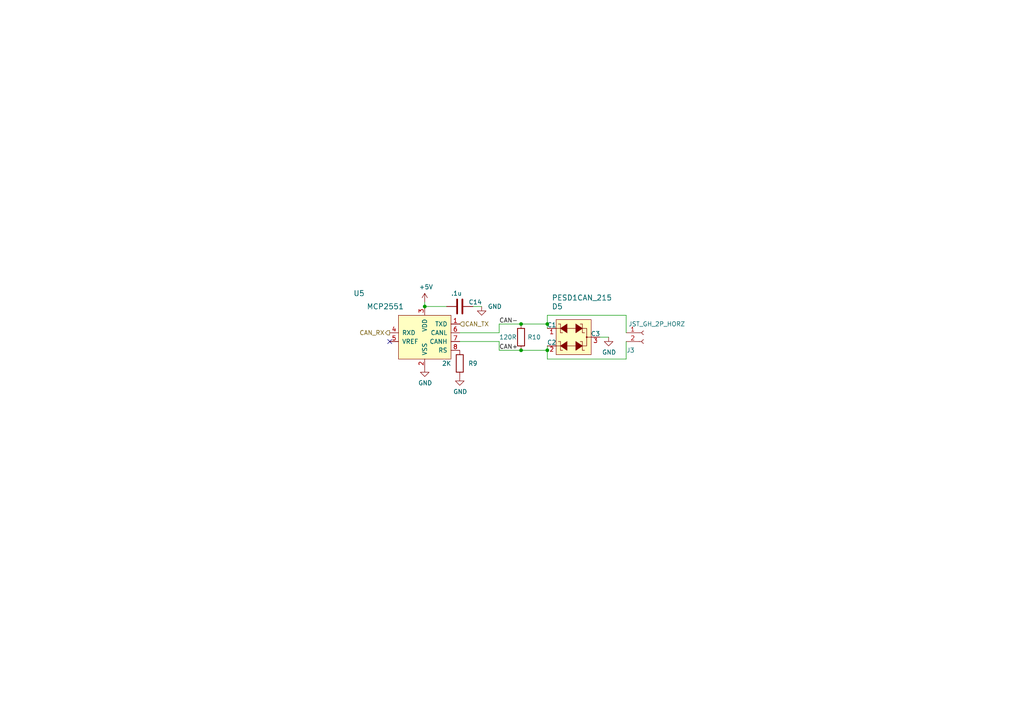
<source format=kicad_sch>
(kicad_sch (version 20211123) (generator eeschema)
  (paper "A4")
  (title_block (title "DJI Encoder Shield") (date "2020-11-08") (rev "R01") (company "HKU M2 Robocon Studio") (comment 1 "Designed by: Jeff Lai") (comment 2 "Control DJI to steer active caster module"))
  (lib_symbols
    (symbol "AbsoluteEncoderBoard-cache:Connector_Conn_01x02_Female" (pin_names (offset 1.016) hide)
      (property "Reference" "J" (at 0 2.54 0))
      (property "Value" "Connector_Conn_01x02_Female" (at 0 -5.08 0))
      (symbol "Connector_Conn_01x02_Female_1_1"
        (arc (start 0 -2.032) (mid -0.508 -2.54) (end 0 -3.048) (stroke (width 0.1524)))
        (polyline (pts (xy -1.27 -2.54) (xy -0.508 -2.54)) (stroke (width 0.1524)))
        (polyline (pts (xy -1.27 0) (xy -0.508 0)) (stroke (width 0.1524)))
        (arc (start 0 0.508) (mid -0.508 0) (end 0 -0.508) (stroke (width 0.1524)))
        (pin passive line (at -5.08 0 0) (length 3.81) (name "Pin_1") (number "1"))
        (pin passive line (at -5.08 -2.54 0) (length 3.81) (name "Pin_2") (number "2"))
      )
    )
    (symbol "AbsoluteEncoderBoard-rescue:MCP2551-I_SN-dk_Interface-Drivers-Receivers-Transceivers" (pin_names (offset 1.016))
      (property "Reference" "U" (at -5.08 8.89 0))
      (property "Value" "MCP2551-I_SN-dk_Interface-Drivers-Receivers-Transceivers" (at 2.54 -7.62 0))
      (symbol "MCP2551-I_SN-dk_Interface-Drivers-Receivers-Transceivers_0_1"
        (rectangle (start -7.62 7.62) (end 7.62 -5.08) (fill (type background)))
      )
      (symbol "MCP2551-I_SN-dk_Interface-Drivers-Receivers-Transceivers_1_1"
        (pin input line (at -10.16 5.08 0) (length 2.54) (name "TXD") (number "1"))
        (pin power_in line (at 0 -7.62 90) (length 2.54) (name "VSS") (number "2"))
        (pin power_in line (at 0 10.16 270) (length 2.54) (name "VDD") (number "3"))
        (pin output line (at 10.16 2.54 180) (length 2.54) (name "RXD") (number "4"))
        (pin output line (at 10.16 0 180) (length 2.54) (name "VREF") (number "5"))
        (pin bidirectional line (at -10.16 2.54 0) (length 2.54) (name "CANL") (number "6"))
        (pin bidirectional line (at -10.16 0 0) (length 2.54) (name "CANH") (number "7"))
        (pin input line (at -10.16 -2.54 0) (length 2.54) (name "RS") (number "8"))
      )
    )
    (symbol "AbsoluteEncoderBoard-rescue:PESD1CAN_215-dk_TVS-Diodes" (pin_names (offset 0))
      (property "Reference" "D" (at -5.08 6.096 0))
      (property "Value" "PESD1CAN_215-dk_TVS-Diodes" (at 0 -6.35 0))
      (symbol "PESD1CAN_215-dk_TVS-Diodes_0_1"
        (rectangle (start -5.08 5.08) (end 5.08 -5.08) (fill (type background)))
        (polyline (pts (xy -5.08 -2.54) (xy -3.81 -2.54)))
        (polyline (pts (xy -5.08 2.54) (xy -3.81 2.54)))
        (polyline (pts (xy -3.81 -3.81) (xy -3.175 -3.81)))
        (polyline (pts (xy -3.81 -1.27) (xy -4.445 -1.27)))
        (polyline (pts (xy -3.81 -1.27) (xy -3.81 -3.81)))
        (polyline (pts (xy -3.81 1.27) (xy -3.175 1.27)))
        (polyline (pts (xy -3.81 3.81) (xy -4.445 3.81)))
        (polyline (pts (xy -3.81 3.81) (xy -3.81 1.27)))
        (polyline (pts (xy 0.635 -2.54) (xy -1.905 -2.54)))
        (polyline (pts (xy 0.635 2.54) (xy -1.905 2.54)))
        (polyline (pts (xy 0.635 2.54) (xy 0.635 2.54)))
        (polyline (pts (xy 2.54 -3.81) (xy 3.175 -3.81)))
        (polyline (pts (xy 2.54 -1.27) (xy 1.905 -1.27)))
        (polyline (pts (xy 2.54 -1.27) (xy 2.54 -3.81)))
        (polyline (pts (xy 2.54 1.27) (xy 3.175 1.27)))
        (polyline (pts (xy 2.54 3.81) (xy 1.905 3.81)))
        (polyline (pts (xy 2.54 3.81) (xy 2.54 1.27)))
        (polyline (pts (xy 3.81 0) (xy 5.08 0)))
        (polyline (pts (xy -1.905 -1.27) (xy -1.905 -3.81) (xy -3.81 -2.54) (xy -1.905 -1.27)) (fill (type outline)))
        (polyline (pts (xy -1.905 1.27) (xy -1.905 3.81) (xy -3.81 2.54) (xy -1.905 1.27)) (fill (type outline)))
        (polyline (pts (xy 0.635 -1.27) (xy 0.635 -3.81) (xy 2.54 -2.54) (xy 0.635 -1.27)) (fill (type outline)))
        (polyline (pts (xy 0.635 3.81) (xy 0.635 1.27) (xy 2.54 2.54) (xy 0.635 3.81)) (fill (type outline)))
        (polyline (pts (xy 2.54 2.54) (xy 3.81 2.54) (xy 3.81 -2.54) (xy 2.54 -2.54)))
        (circle (center 3.81 0) (radius 0.1778) (fill (type outline)))
      )
      (symbol "PESD1CAN_215-dk_TVS-Diodes_1_1"
        (pin passive line (at -7.62 2.54 0) (length 2.54) (name "C1") (number "1"))
        (pin passive line (at -7.62 -2.54 0) (length 2.54) (name "C2") (number "2"))
        (pin passive line (at 7.62 0 180) (length 2.54) (name "C3") (number "3"))
      )
    )
    (symbol "Device:C" (pin_numbers hide) (pin_names (offset 0.254))
      (property "Reference" "C" (at 0.635 2.54 0))
      (property "Value" "C" (at 0.635 -2.54 0))
      (symbol "C_0_1"
        (polyline (pts (xy -2.032 -0.762) (xy 2.032 -0.762)) (stroke (width 0.508)))
        (polyline (pts (xy -2.032 0.762) (xy 2.032 0.762)) (stroke (width 0.508)))
      )
      (symbol "C_1_1"
        (pin passive line (at 0 3.81 270) (length 2.794) (name "~") (number "1"))
        (pin passive line (at 0 -3.81 90) (length 2.794) (name "~") (number "2"))
      )
    )
    (symbol "Device:R" (pin_numbers hide) (pin_names (offset 0))
      (property "Reference" "R" (at 2.032 0 90))
      (property "Value" "R" (at 0 0 90))
      (symbol "R_0_1"
        (rectangle (start -1.016 -2.54) (end 1.016 2.54) (stroke (width 0.254)))
      )
      (symbol "R_1_1"
        (pin passive line (at 0 3.81 270) (length 1.27) (name "~") (number "1"))
        (pin passive line (at 0 -3.81 90) (length 1.27) (name "~") (number "2"))
      )
    )
    (symbol "power:+5V" (power) (pin_names (offset 0))
      (property "Value" "+5V" (at 0 3.556 0))
      (symbol "+5V_0_1"
        (polyline (pts (xy -0.762 1.27) (xy 0 2.54)))
        (polyline (pts (xy 0 0) (xy 0 2.54)))
        (polyline (pts (xy 0 2.54) (xy 0.762 1.27)))
      )
      (symbol "+5V_1_1"
        (pin power_in line (at 0 0 90) (length 0) hide (name "+5V") (number "1"))
      )
    )
    (symbol "power:GND" (power) (pin_names (offset 0))
      (property "Value" "GND" (at 0 -3.81 0))
      (symbol "GND_0_1"
        (polyline (pts (xy 0 0) (xy 0 -1.27) (xy 1.27 -1.27) (xy 0 -2.54) (xy -1.27 -1.27) (xy 0 -1.27)))
      )
      (symbol "GND_1_1"
        (pin power_in line (at 0 0 270) (length 0) hide (name "GND") (number "1"))
      )
    )
  )
  (junction (at 158.75 93.98))
  (junction (at 151.13 101.6))
  (junction (at 151.13 93.98))
  (junction (at 123.19 88.9))
  (junction (at 158.75 101.6))
  (no_connect (at 113.03 99.06))
  (wire (pts (xy 158.75 104.14) (xy 181.61 104.14)))
  (wire (pts (xy 123.19 87.63) (xy 123.19 88.9)))
  (wire (pts (xy 133.35 96.52) (xy 144.78 96.52)))
  (wire (pts (xy 129.54 88.9) (xy 123.19 88.9)))
  (wire (pts (xy 158.75 101.6) (xy 158.75 100.33)))
  (wire (pts (xy 151.13 93.98) (xy 158.75 93.98)))
  (wire (pts (xy 173.99 97.79) (xy 176.53 97.79)))
  (wire (pts (xy 158.75 93.98) (xy 158.75 91.44)))
  (wire (pts (xy 144.78 101.6) (xy 151.13 101.6)))
  (wire (pts (xy 181.61 99.06) (xy 181.61 104.14)))
  (wire (pts (xy 151.13 101.6) (xy 158.75 101.6)))
  (wire (pts (xy 144.78 93.98) (xy 151.13 93.98)))
  (wire (pts (xy 158.75 91.44) (xy 181.61 91.44)))
  (wire (pts (xy 144.78 99.06) (xy 144.78 101.6)))
  (wire (pts (xy 139.7 88.9) (xy 137.16 88.9)))
  (wire (pts (xy 158.75 101.6) (xy 158.75 104.14)))
  (wire (pts (xy 144.78 96.52) (xy 144.78 93.98)))
  (wire (pts (xy 181.61 91.44) (xy 181.61 96.52)))
  (wire (pts (xy 133.35 99.06) (xy 144.78 99.06)))
  (wire (pts (xy 158.75 93.98) (xy 158.75 95.25)))
  (label "CAN+" (at 144.78 101.6 0))
  (label "CAN-" (at 144.78 93.98 0))
  (hierarchical_label "CAN_TX" (shape input) (at 133.35 93.98 0))
  (hierarchical_label "CAN_RX" (shape output) (at 113.03 96.52 180))
  (symbol (lib_id "Device:C") (at 133.35 88.9 270)
    (property "Reference" "C14" (at 135.89 87.63 90) (effects (justify left)))
    (property "Value" ".1u" (at 130.81 85.09 90) (effects (justify left)))
    (property "Footprint" "Capacitor_SMD:C_0402_1005Metric" (effects hide))
  )
  (symbol (lib_id "power:GND") (at 139.7 88.9 0)
    (property "Reference" "#PWR029" (effects hide))
    (property "Value" "GND" (at 143.51 88.9 0))
  )
  (symbol (lib_id "AbsoluteEncoderBoard-rescue:PESD1CAN_215-dk_TVS-Diodes") (at 166.37 97.79 0)
    (property "Reference" "D5" (at 160.02 88.9 0) (effects (font (size 1.524 1.524)) (justify left)))
    (property "Value" "PESD1CAN_215" (at 160.02 86.36 0) (effects (font (size 1.524 1.524)) (justify left)))
    (property "Footprint" "digikey-footprints:SOT-23-3" (effects hide))
    (property "Datasheet" "https://assets.nexperia.com/documents/data-sheet/PESD1CAN.pdf" (effects hide))
    (property "Digi-Key_PN" "1727-3817-1-ND" (effects hide))
    (property "MPN" "PESD1CAN,215" (effects hide))
    (property "Category" "Circuit Protection" (effects hide))
    (property "Family" "TVS - Diodes" (effects hide))
    (property "DK_Datasheet_Link" "https://assets.nexperia.com/documents/data-sheet/PESD1CAN.pdf" (effects hide))
    (property "DK_Detail_Page" "/product-detail/en/nexperia-usa-inc/PESD1CAN,215/1727-3817-1-ND/1530822" (effects hide))
    (property "Description" "TVS DIODE 24V 70V SOT23" (effects hide))
    (property "Manufacturer" "Nexperia USA Inc." (effects hide))
    (property "Status" "Active" (effects hide))
  )
  (symbol (lib_id "power:GND") (at 176.53 97.79 0)
    (property "Reference" "#PWR030" (effects hide))
    (property "Value" "GND" (at 176.657 102.1842 0))
  )
  (symbol (lib_id "Device:R") (at 151.13 97.79 180)
    (property "Reference" "R10" (at 154.94 97.79 0))
    (property "Value" "120R" (at 147.32 97.79 0))
    (property "Footprint" "Resistor_SMD:R_0603_1608Metric" (effects hide))
  )
  (symbol (lib_id "power:GND") (at 123.19 106.68 0)
    (property "Reference" "#PWR027" (effects hide))
    (property "Value" "GND" (at 123.317 111.0742 0))
  )
  (symbol (lib_id "AbsoluteEncoderBoard-rescue:MCP2551-I_SN-dk_Interface-Drivers-Receivers-Transceivers") (at 123.19 99.06 0) (mirror y) (unit 1)
    (property "Reference" "U5" (at 104.14 85.09 0) (effects (font (size 1.524 1.524))))
    (property "Value" "MCP2551" (at 111.76 88.9 0) (effects (font (size 1.524 1.524))))
    (property "Footprint" "digikey-footprints:SOIC-8_W3.9mm" (effects hide))
    (property "Datasheet" "http://www.microchip.com/mymicrochip/filehandler.aspx?ddocname=en011797" (effects hide))
    (property "Digi-Key_PN" "MCP2551-I/SN-ND" (effects hide))
    (property "MPN" "MCP2551-I/SN" (effects hide))
    (property "Category" "Integrated Circuits (ICs)" (effects hide))
    (property "Family" "Interface - Drivers, Receivers, Transceivers" (effects hide))
    (property "DK_Datasheet_Link" "http://www.microchip.com/mymicrochip/filehandler.aspx?ddocname=en011797" (effects hide))
    (property "DK_Detail_Page" "/product-detail/en/microchip-technology/MCP2551-I-SN/MCP2551-I-SN-ND/509452" (effects hide))
    (property "Description" "IC TRANSCEIVER CAN HI-SPD 8-SOIC" (effects hide))
    (property "Manufacturer" "Microchip Technology" (effects hide))
    (property "Status" "Active" (effects hide))
  )
  (symbol (lib_id "Device:R") (at 133.35 105.41 180)
    (property "Reference" "R9" (at 137.16 105.41 0))
    (property "Value" "2K" (at 129.54 105.41 0))
    (property "Footprint" "Resistor_SMD:R_0603_1608Metric" (effects hide))
  )
  (symbol (lib_id "power:GND") (at 133.35 109.22 0)
    (property "Reference" "#PWR028" (effects hide))
    (property "Value" "GND" (at 133.477 113.6142 0))
  )
  (symbol (lib_id "power:+5V") (at 123.19 87.63 0) (unit 1)
    (property "Reference" "#PWR026" (effects hide))
    (property "Value" "+5V" (at 123.571 83.2358 0))
  )
  (symbol (lib_id "AbsoluteEncoderBoard-cache:Connector_Conn_01x02_Female") (at 186.69 96.52 0) (unit 1)
    (property "Reference" "J3" (at 182.88 101.6 0))
    (property "Value" "JST_GH_2P_HORZ" (at 190.5 93.98 0))
    (property "Footprint" "Connector_JST:JST_GH_SM02B-GHS-TB_1x02-1MP_P1.25mm_Horizontal" (effects hide))
  )
)
</source>
